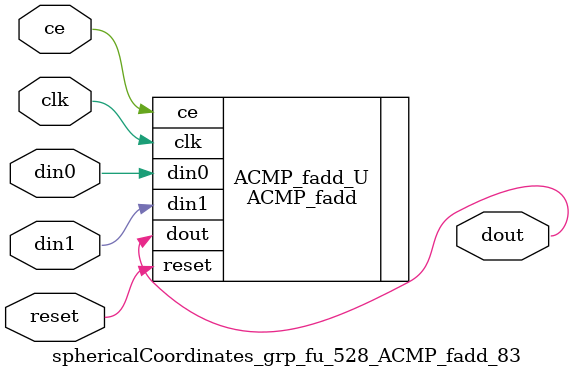
<source format=v>

`timescale 1 ns / 1 ps
module sphericalCoordinates_grp_fu_528_ACMP_fadd_83(
    clk,
    reset,
    ce,
    din0,
    din1,
    dout);

parameter ID = 32'd1;
parameter NUM_STAGE = 32'd1;
parameter din0_WIDTH = 32'd1;
parameter din1_WIDTH = 32'd1;
parameter dout_WIDTH = 32'd1;
input clk;
input reset;
input ce;
input[din0_WIDTH - 1:0] din0;
input[din1_WIDTH - 1:0] din1;
output[dout_WIDTH - 1:0] dout;



ACMP_fadd #(
.ID( ID ),
.NUM_STAGE( 4 ),
.din0_WIDTH( din0_WIDTH ),
.din1_WIDTH( din1_WIDTH ),
.dout_WIDTH( dout_WIDTH ))
ACMP_fadd_U(
    .clk( clk ),
    .reset( reset ),
    .ce( ce ),
    .din0( din0 ),
    .din1( din1 ),
    .dout( dout ));

endmodule

</source>
